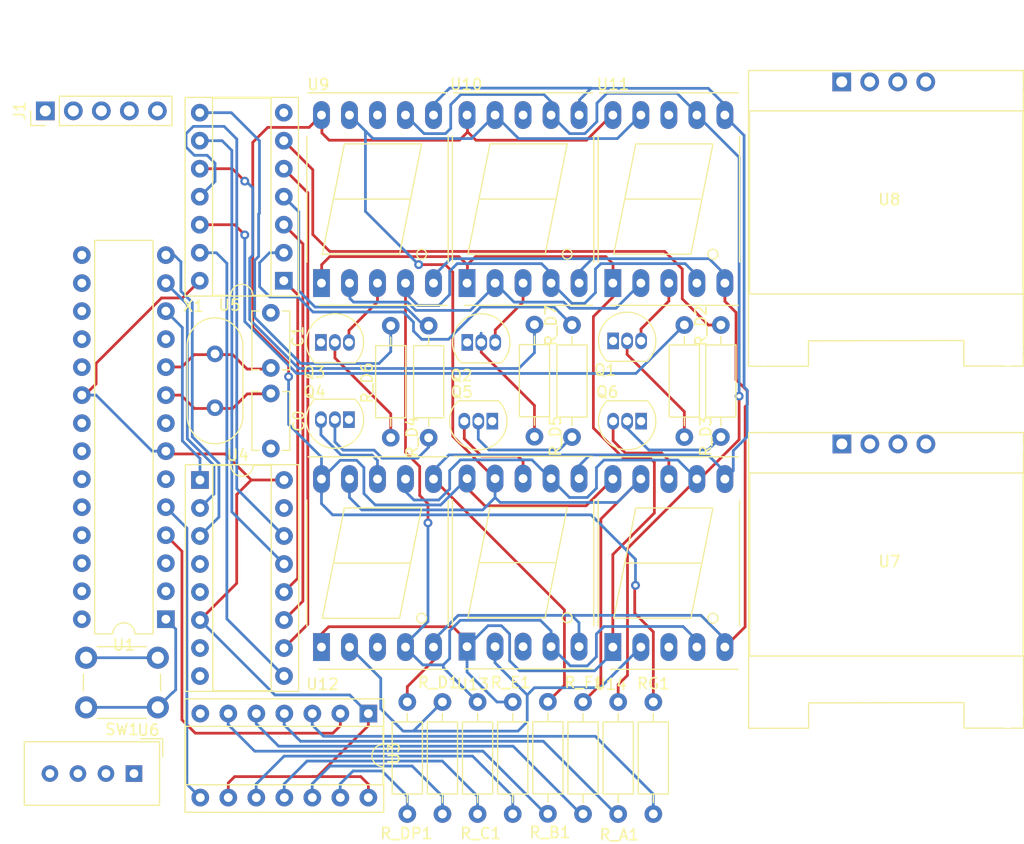
<source format=kicad_pcb>
(kicad_pcb (version 20211014) (generator pcbnew)
  (layers (0 "F.Cu" signal) (31 "B.Cu" signal) (34 "B.Paste" user) (35 "F.Paste" user) (36 "B.SilkS" user "B.Silkscreen") (37 "F.SilkS" user "F.Silkscreen") (38 "B.Mask" user) (39 "F.Mask" user) (44 "Edge.Cuts" user))
  (net 0 "")
  (net 1 "XTAL1")
  (net 2 "GND")
  (net 3 "XTAL2")
  (net 4 "Net-(Q1-Pad2)")
  (net 5 "Digit1")
  (net 6 "Net-(Q2-Pad2)")
  (net 7 "Digit2")
  (net 8 "Net-(Q3-Pad2)")
  (net 9 "Digit3")
  (net 10 "Net-(Q4-Pad2)")
  (net 11 "Digit4")
  (net 12 "Net-(Q5-Pad2)")
  (net 13 "Digit5")
  (net 14 "Net-(Q6-Pad2)")
  (net 15 "Digit6")
  (net 16 "G")
  (net 17 "Net-(RG1-Pad2)")
  (net 18 "A")
  (net 19 "Net-(R_A1-Pad2)")
  (net 20 "B")
  (net 21 "Net-(R_B1-Pad2)")
  (net 22 "C")
  (net 23 "Net-(R_C1-Pad2)")
  (net 24 "D")
  (net 25 "Net-(R_D1-Pad2)")
  (net 26 "Net-(U5-Pad12)")
  (net 27 "Net-(U5-Pad6)")
  (net 28 "Net-(U5-Pad4)")
  (net 29 "Net-(U5-Pad2)")
  (net 30 "Net-(U5-Pad8)")
  (net 31 "Net-(U5-Pad10)")
  (net 32 "DP")
  (net 33 "Net-(R_DP1-Pad2)")
  (net 34 "E")
  (net 35 "Net-(R_E1-Pad2)")
  (net 36 "F")
  (net 37 "Net-(U10-Pad9)")
  (net 38 "RST")
  (net 39 "RXD")
  (net 40 "TXD")
  (net 41 "DSB")
  (net 42 "CLK")
  (net 44 "VCC")
  (net 46 "A0")
  (net 47 "A1")
  (net 48 "A2")
  (net 59 "SDA")
  (net 60 "SCL")
  (net 62 "Net-(U5-Pad13)")
  (net 63 "Net-(U5-Pad5)")
  (net 64 "Net-(U5-Pad3)")
  (net 65 "Net-(U5-Pad1)")
  (net 66 "Net-(U5-Pad9)")
  (net 67 "Net-(U5-Pad11)")
  (net 69 "SD2")
  (net 70 "SC2")
  (footprint "Package_DIP:DIP-28_W7.62mm" (layer "F.Cu") (at 67.16875 85.10125 180)
    (fp_text reference "U1")
    (fp_text value "ATmega328-P")
  )
  (footprint "Display_7Segment:7SegmentLED_LTS6760_LTS6780" (layer "F.Cu") (at 81.28 87.62875 90)
    (fp_text reference "U12")
    (fp_text value "SM420561N")
  )
  (footprint "WS2812B:IC2_Display_4_Pin" (layer "F.Cu") (at 132.28125 79.875)
    (fp_text reference "U7")
    (fp_text value "SSD1306")
  )
  (footprint "Package_DIP:DIP-16_W7.62mm_Socket" (layer "F.Cu") (at 70.2625 72.475)
    (fp_text reference "U4")
    (fp_text value "74LS138")
  )
  (footprint "Sensor:Aosong_DHT11_5.5x12.0_P2.54mm" (layer "F.Cu") (at 64.275 99.0975 -90)
    (fp_text reference "U6")
    (fp_text value "DHT11")
  )
  (footprint "Resistor_THT:R_Axial_DIN0207_L6.3mm_D2.5mm_P10.16mm_Horizontal" (layer "F.Cu") (at 92.25 102.7675 90)
    (fp_text reference "R_D1")
    (fp_text value "1K")
  )
  (footprint "Resistor_THT:R_Axial_DIN0207_L6.3mm_D2.5mm_P10.16mm_Horizontal" (layer "F.Cu") (at 87.5625 68.6425 90)
    (fp_text reference "R_D6")
    (fp_text value "1K")
  )
  (footprint "Crystal:Crystal_HC49-4H_Vertical" (layer "F.Cu") (at 71.625 65.91875 90)
    (fp_text reference "X1")
    (fp_text value "XTAL")
  )
  (footprint "WS2812B:IC2_Display_4_Pin" (layer "F.Cu") (at 132.26845 47.0415)
    (fp_text reference "U8")
    (fp_text value "SSD1306")
  )
  (footprint "Resistor_THT:R_Axial_DIN0207_L6.3mm_D2.5mm_P10.16mm_Horizontal" (layer "F.Cu") (at 114.1875 68.58 90)
    (fp_text reference "R_D2")
    (fp_text value "1K")
  )
  (footprint "Resistor_THT:R_Axial_DIN0207_L6.3mm_D2.5mm_P10.16mm_Horizontal" (layer "F.Cu") (at 100.59375 68.54875 90)
    (fp_text reference "R_D7")
    (fp_text value "1K")
  )
  (footprint "Package_DIP:DIP-14_W7.62mm_Socket" (layer "F.Cu") (at 85.53125 93.65625 -90)
    (fp_text reference "U3")
    (fp_text value "74HC164")
  )
  (footprint "Connector_PinHeader_2.54mm:PinHeader_1x05_P2.54mm_Vertical" (layer "F.Cu") (at 56.2375 39 90)
    (fp_text reference "J1")
    (fp_text value "USB_C_Receptacle_USB2.0")
  )
  (footprint "Package_TO_SOT_THT:TO-92_Inline" (layer "F.Cu") (at 81.23 60)
    (fp_text reference "Q3")
    (fp_text value "2N3904")
  )
  (footprint "Resistor_THT:R_Axial_DIN0207_L6.3mm_D2.5mm_P10.16mm_Horizontal" (layer "F.Cu") (at 108.1875 102.7675 90)
    (fp_text reference "R_A1")
    (fp_text value "1K")
  )
  (footprint "Resistor_THT:R_Axial_DIN0207_L6.3mm_D2.5mm_P10.16mm_Horizontal" (layer "F.Cu") (at 117.5 68.58 90)
    (fp_text reference "R_D3")
    (fp_text value "1K")
  )
  (footprint "Button_Switch_THT:SW_PUSH_6mm_H4.3mm" (layer "F.Cu") (at 66.4375 93.09375 180)
    (fp_text reference "SW1")
    (fp_text value "Reset Switch")
  )
  (footprint "Capacitor_THT:C_Disc_D5.1mm_W3.2mm_P5.00mm" (layer "F.Cu") (at 76.6875 64.625 -90)
    (fp_text reference "C0")
    (fp_text value "22pf")
  )
  (footprint "Package_TO_SOT_THT:TO-92_Inline" (layer "F.Cu") (at 94.5 60)
    (fp_text reference "Q2")
    (fp_text value "2N3904")
  )
  (footprint "Package_TO_SOT_THT:TO-92_Inline" (layer "F.Cu") (at 107.73 59.86)
    (fp_text reference "Q1")
    (fp_text value "2N3904")
  )
  (footprint "Package_TO_SOT_THT:TO-92_Inline" (layer "F.Cu") (at 110.27 67.14 180)
    (fp_text reference "Q6")
    (fp_text value "2N3904")
  )
  (footprint "Display_7Segment:7SegmentLED_LTS6760_LTS6780" (layer "F.Cu") (at 81.28 54.62 90)
    (fp_text reference "U9")
    (fp_text value "SM420561N")
  )
  (footprint "Capacitor_THT:C_Disc_D5.1mm_W3.2mm_P5.00mm" (layer "F.Cu") (at 76.6875 62.3125 90)
    (fp_text reference "C1")
    (fp_text value "22pf")
  )
  (footprint "Resistor_THT:R_Axial_DIN0207_L6.3mm_D2.5mm_P10.16mm_Horizontal" (layer "F.Cu") (at 101.8125 102.75 90)
    (fp_text reference "R_B1")
    (fp_text value "1K")
  )
  (footprint "Resistor_THT:R_Axial_DIN0207_L6.3mm_D2.5mm_P10.16mm_Horizontal" (layer "F.Cu") (at 89.0625 102.7675 90)
    (fp_text reference "R_DP1")
    (fp_text value "1K")
  )
  (footprint "Display_7Segment:7SegmentLED_LTS6760_LTS6780" (layer "F.Cu") (at 94.4825 54.62 90)
    (fp_text reference "U10")
    (fp_text value "SM420561N")
  )
  (footprint "Display_7Segment:7SegmentLED_LTS6760_LTS6780" (layer "F.Cu") (at 94.4825 87.58875 90)
    (fp_text reference "U13")
    (fp_text value "SM420561N")
  )
  (footprint "Display_7Segment:7SegmentLED_LTS6760_LTS6780" (layer "F.Cu") (at 107.70125 87.62875 90)
    (fp_text reference "U14")
    (fp_text value "SM420561N")
  )
  (footprint "Resistor_THT:R_Axial_DIN0207_L6.3mm_D2.5mm_P10.16mm_Horizontal" (layer "F.Cu") (at 111.375 102.7675 90)
    (fp_text reference "RG1")
    (fp_text value "1K")
  )
  (footprint "Resistor_THT:R_Axial_DIN0207_L6.3mm_D2.5mm_P10.16mm_Horizontal" (layer "F.Cu") (at 98.625 102.7675 90)
    (fp_text reference "R_E1")
    (fp_text value "1K")
  )
  (footprint "Resistor_THT:R_Axial_DIN0207_L6.3mm_D2.5mm_P10.16mm_Horizontal" (layer "F.Cu") (at 104 68.58 90)
    (fp_text reference "R_D5")
    (fp_text value "1K")
  )
  (footprint "Package_TO_SOT_THT:TO-92_Inline" (layer "F.Cu") (at 96.77 67.14 180)
    (fp_text reference "Q5")
    (fp_text value "2N3904")
  )
  (footprint "Package_TO_SOT_THT:TO-92_Inline" (layer "F.Cu") (at 83.77 67 180)
    (fp_text reference "Q4")
    (fp_text value "2N3904")
  )
  (footprint "Package_DIP:DIP-14_W7.62mm_Socket" (layer "F.Cu") (at 77.8625 54.40625 180)
    (fp_text reference "U5")
    (fp_text value "74LS04")
  )
  (footprint "Resistor_THT:R_Axial_DIN0207_L6.3mm_D2.5mm_P10.16mm_Horizontal" (layer "F.Cu") (at 91 68.6425 90)
    (fp_text reference "R_D4")
    (fp_text value "1K")
  )
  (footprint "Resistor_THT:R_Axial_DIN0207_L6.3mm_D2.5mm_P10.16mm_Horizontal" (layer "F.Cu") (at 105 102.7675 90)
    (fp_text reference "R_F1")
    (fp_text value "1K")
  )
  (footprint "Display_7Segment:7SegmentLED_LTS6760_LTS6780" (layer "F.Cu") (at 107.70125 54.62 90)
    (fp_text reference "U11")
    (fp_text value "SM420561N")
  )
  (footprint "Resistor_THT:R_Axial_DIN0207_L6.3mm_D2.5mm_P10.16mm_Horizontal" (layer "F.Cu") (at 95.4375 102.7675 90)
    (fp_text reference "R_C1")
    (fp_text value "1K")
  )
  (segment (start 68.54875 64.78125) (end 69.75625 65.98875) (width 0.25) (layer "F.Cu") (net 1))
  (segment (start 67.16875 64.78125) (end 68.54875 64.78125) (width 0.25) (layer "F.Cu") (net 1))
  (segment (start 74.555 64.66375) (end 76.11875 64.66375) (width 0.25) (layer "F.Cu") (net 1))
  (segment (start 69.75625 65.98875) (end 73.23 65.98875) (width 0.25) (layer "F.Cu") (net 1))
  (segment (start 73.23 65.98875) (end 74.555 64.66375) (width 0.25) (layer "F.Cu") (net 1))
  (segment (start 69.769511 80.095) (end 70.2625 80.095) (width 0.25) (layer "F.Cu") (net 2))
  (segment (start 59.2675 69.955) (end 59.36125 70.04875) (width 0.25) (layer "F.Cu") (net 2))
  (segment (start 70.2625 80.095) (end 69.727772 80.095) (width 0.25) (layer "F.Cu") (net 2))
  (segment (start 66.4375 88.59375) (end 59.9375 88.59375) (width 0.25) (layer "B.Cu") (net 2))
  (segment (start 70.29125 90.28375) (end 70.2625 90.255) (width 0.25) (layer "B.Cu") (net 2))
  (segment (start 68.61875 62.22625) (end 69.74375 61.10125) (width 0.25) (layer "F.Cu") (net 3))
  (segment (start 74.53125 62.41375) (end 76.0875 62.41375) (width 0.25) (layer "F.Cu") (net 3))
  (segment (start 67.18375 62.22625) (end 68.61875 62.22625) (width 0.25) (layer "F.Cu") (net 3))
  (segment (start 73.22625 61.10875) (end 74.53125 62.41375) (width 0.25) (layer "F.Cu") (net 3))
  (segment (start 69.75125 61.10875) (end 73.22625 61.10875) (width 0.25) (layer "F.Cu") (net 3))
  (segment (start 67.16875 62.24125) (end 67.18375 62.22625) (width 0.25) (layer "F.Cu") (net 3))
  (segment (start 109 59.86) (end 109 61.09375) (width 0.25) (layer "F.Cu") (net 4))
  (segment (start 109 61.09375) (end 114.1875 66.28125) (width 0.25) (layer "F.Cu") (net 4))
  (segment (start 114.1875 66.28125) (end 114.1875 68.58) (width 0.25) (layer "F.Cu") (net 4))
  (segment (start 112.78125 56.25) (end 112.78125 54.52625) (width 0.25) (layer "F.Cu") (net 5))
  (segment (start 110.25875 58.7725) (end 112.78125 56.25) (width 0.25) (layer "F.Cu") (net 5))
  (segment (start 110.25875 59.90625) (end 110.25875 58.7725) (width 0.25) (layer "F.Cu") (net 5))
  (segment (start 100.59375 65.71875) (end 100.59375 68.54875) (width 0.25) (layer "F.Cu") (net 6))
  (segment (start 95.77 60) (end 95.77 60.895) (width 0.25) (layer "F.Cu") (net 6))
  (segment (start 95.77 60.895) (end 100.59375 65.71875) (width 0.25) (layer "F.Cu") (net 6))
  (segment (start 95.756875 59.15625) (end 95.756875 60) (width 0.25) (layer "B.Cu") (net 6))
  (segment (start 95.77 60.61375) (end 95.77 60) (width 0.25) (layer "B.Cu") (net 6))
  (segment (start 97.04 58.86625) (end 99.5625 56.34375) (width 0.25) (layer "F.Cu") (net 7))
  (segment (start 99.5625 56.34375) (end 99.5625 54.62) (width 0.25) (layer "F.Cu") (net 7))
  (segment (start 97.04 60) (end 97.04 58.86625) (width 0.25) (layer "F.Cu") (net 7))
  (segment (start 87.5625 66.46875) (end 87.5625 68.6425) (width 0.25) (layer "F.Cu") (net 8))
  (segment (start 82.5 60) (end 82.5 61.40625) (width 0.25) (layer "F.Cu") (net 8))
  (segment (start 82.5 61.40625) (end 87.5625 66.46875) (width 0.25) (layer "F.Cu") (net 8))
  (segment (start 82.5 60) (end 82.5 60.65625) (width 0.25) (layer "B.Cu") (net 8))
  (segment (start 86.36 56.3275) (end 86.36 54.62) (width 0.25) (layer "F.Cu") (net 9))
  (segment (start 83.77 58.9175) (end 86.36 56.3275) (width 0.25) (layer "F.Cu") (net 9))
  (segment (start 83.77 60) (end 83.77 58.9175) (width 0.25) (layer "F.Cu") (net 9))
  (segment (start 83.248698 69.76923) (end 86.061198 69.76923) (width 0.25) (layer "B.Cu") (net 10))
  (segment (start 82.5 69.020532) (end 83.248698 69.76923) (width 0.25) (layer "B.Cu") (net 10))
  (segment (start 82.5 67) (end 82.5 69.020532) (width 0.25) (layer "B.Cu") (net 10))
  (segment (start 91 69.5) (end 91 68.58) (width 0.25) (layer "B.Cu") (net 10))
  (segment (start 90 70.5) (end 91 69.5) (width 0.25) (layer "B.Cu") (net 10))
  (segment (start 86.791968 70.5) (end 90 70.5) (width 0.25) (layer "B.Cu") (net 10))
  (segment (start 86.061198 69.76923) (end 86.791968 70.5) (width 0.25) (layer "B.Cu") (net 10))
  (segment (start 83.0625 70.21875) (end 85.875 70.21875) (width 0.25) (layer "B.Cu") (net 11))
  (segment (start 81.23 67) (end 81.23 68.38625) (width 0.25) (layer "B.Cu") (net 11))
  (segment (start 81.23 68.38625) (end 83.0625 70.21875) (width 0.25) (layer "B.Cu") (net 11))
  (segment (start 86.36 70.70375) (end 86.36 72.38875) (width 0.25) (layer "B.Cu") (net 11))
  (segment (start 85.875 70.21875) (end 86.36 70.70375) (width 0.25) (layer "B.Cu") (net 11))
  (segment (start 96.46875 69.75) (end 102.83 69.75) (width 0.25) (layer "B.Cu") (net 12))
  (segment (start 95.5 68.78125) (end 96.46875 69.75) (width 0.25) (layer "B.Cu") (net 12))
  (segment (start 95.5 67.14) (end 95.5 68.78125) (width 0.25) (layer "B.Cu") (net 12))
  (segment (start 102.83 69.75) (end 104 68.58) (width 0.25) (layer "B.Cu") (net 12))
  (segment (start 99.09375 70.3125) (end 99.5625 70.78125) (width 0.25) (layer "F.Cu") (net 13))
  (segment (start 95.8125 70.3125) (end 99.09375 70.3125) (width 0.25) (layer "F.Cu") (net 13))
  (segment (start 94.23 67.14) (end 94.23 68.73) (width 0.25) (layer "F.Cu") (net 13))
  (segment (start 99.5625 70.78125) (end 99.5625 72.38) (width 0.25) (layer "F.Cu") (net 13))
  (segment (start 94.23 68.73) (end 95.8125 70.3125) (width 0.25) (layer "F.Cu") (net 13))
  (segment (start 109 67.794022) (end 109 67.14) (width 0.25) (layer "B.Cu") (net 14))
  (segment (start 117.5 68.58) (end 116.33 69.75) (width 0.25) (layer "B.Cu") (net 14))
  (segment (start 116.33 69.75) (end 110.955978 69.75) (width 0.25) (layer "B.Cu") (net 14))
  (segment (start 110.955978 69.75) (end 109 67.794022) (width 0.25) (layer "B.Cu") (net 14))
  (segment (start 112.78125 72.38875) (end 112.78125 70.6875) (width 0.25) (layer "F.Cu") (net 15))
  (segment (start 112.125 70.03125) (end 108.84375 70.03125) (width 0.25) (layer "F.Cu") (net 15))
  (segment (start 108.84375 70.03125) (end 107.73 68.9175) (width 0.25) (layer "F.Cu") (net 15))
  (segment (start 112.78125 70.6875) (end 112.125 70.03125) (width 0.25) (layer "F.Cu") (net 15))
  (segment (start 107.73 68.9175) (end 107.73 67.14) (width 0.25) (layer "F.Cu") (net 15))
  (segment (start 111.375 100.96875) (end 106.125 95.71875) (width 0.25) (layer "B.Cu") (net 16))
  (segment (start 106.125 95.71875) (end 81.46875 95.71875) (width 0.25) (layer "B.Cu") (net 16))
  (segment (start 80.44125 94.69125) (end 80.44125 93.58625) (width 0.25) (layer "B.Cu") (net 16))
  (segment (start 81.46875 95.71875) (end 80.44125 94.69125) (width 0.25) (layer "B.Cu") (net 16))
  (segment (start 111.375 102.955) (end 111.375 100.96875) (width 0.25) (layer "B.Cu") (net 16))
  (segment (start 78.298887 61.892637) (end 75.047562 58.641312) (width 0.25) (layer "F.Cu") (net 17))
  (segment (start 94.520625 40.930625) (end 93.788125 41.663125) (width 0.25) (layer "F.Cu") (net 17))
  (segment (start 109.6875 83.08173) (end 109.6875 82.0995) (width 0.25) (layer "F.Cu") (net 17))
  (segment (start 105.315625 41.663125) (end 95.288125 41.663125) (width 0.25) (layer "F.Cu") (net 17))
  (segment (start 105.2775 74.8125) (end 107.70125 72.38875) (width 0.25) (layer "F.Cu") (net 17))
  (segment (start 111.375 86.25) (end 109.6875 84.5625) (width 0.25) (layer "F.Cu") (net 17))
  (segment (start 111.375 92.6075) (end 111.375 86.25) (width 0.25) (layer "F.Cu") (net 17))
  (segment (start 94.520625 39.230625) (end 94.520625 40.895625) (width 0.25) (layer "F.Cu") (net 17))
  (segment (start 93.788125 41.663125) (end 81.975625 41.663125) (width 0.25) (layer "F.Cu") (net 17))
  (segment (start 109.6875 82.0995) (end 109.75575 82.03125) (width 0.25) (layer "F.Cu") (net 17))
  (segment (start 78.298887 63.104737) (end 78.298887 61.892637) (width 0.25) (layer "F.Cu") (net 17))
  (segment (start 94.4825 73.20125) (end 96.09375 74.8125) (width 0.25) (layer "F.Cu") (net 17))
  (segment (start 109.6875 84.5625) (end 109.6875 83.08173) (width 0.25) (layer "F.Cu") (net 17))
  (segment (start 75.047562 41.858688) (end 76.40625 40.5) (width 0.25) (layer "F.Cu") (net 17))
  (segment (start 81.318125 41.005625) (end 81.318125 39.239375) (width 0.25) (layer "F.Cu") (net 17))
  (segment (start 107.739375 39.239375) (end 105.315625 41.663125) (width 0.25) (layer "F.Cu") (net 17))
  (segment (start 81.975625 41.663125) (end 81.318125 41.005625) (width 0.25) (layer "F.Cu") (net 17))
  (segment (start 95.288125 41.663125) (end 94.555625 40.930625) (width 0.25) (layer "F.Cu") (net 17))
  (segment (start 76.40625 40.5) (end 80.16 40.5) (width 0.25) (layer "F.Cu") (net 17))
  (segment (start 94.4825 72.38) (end 94.4825 73.20125) (width 0.25) (layer "F.Cu") (net 17))
  (segment (start 96.09375 74.8125) (end 105.2775 74.8125) (width 0.25) (layer "F.Cu") (net 17))
  (segment (start 75.047562 58.641312) (end 75.047562 41.858688) (width 0.25) (layer "F.Cu") (net 17))
  (segment (start 80.16 40.5) (end 81.28 39.38) (width 0.25) (layer "F.Cu") (net 17))
  (via (at 78.298887 63.104737) (size 0.8) (drill 0.4) (layers "F.Cu" "B.Cu") (net 17))
  (via (at 109.75575 82.03125) (size 0.8) (drill 0.4) (layers "F.Cu" "B.Cu") (net 17))
  (segment (start 109.75575 82.03125) (end 109.75575 79.662) (width 0.25) (layer "B.Cu") (net 17))
  (segment (start 94.4825 72.86125) (end 94.4825 72.38) (width 0.25) (layer "B.Cu") (net 17))
  (segment (start 94.520625 39.711875) (end 94.520625 39.230625) (width 0.25) (layer "B.Cu") (net 17))
  (segment (start 105.73077 75.63702) (end 82.29327 75.63702) (width 0.25) (layer "B.Cu") (net 17))
  (segment (start 94.4825 72.34875) (end 92.09327 74.73798) (width 0.25) (layer "B.Cu") (net 17))
  (segment (start 82.98125 70.6875) (end 81.28 72.38875) (width 0.25) (layer "B.Cu") (net 17))
  (segment (start 84.46875 70.6875) (end 82.98125 70.6875) (width 0.25) (layer "B.Cu") (net 17))
  (segment (start 85.125 73.70673) (end 85.125 71.34375) (width 0.25) (layer "B.Cu") (net 17))
  (segment (start 85.125 71.34375) (end 84.46875 70.6875) (width 0.25) (layer "B.Cu") (net 17))
  (segment (start 81.28 74.62375) (end 81.28 72.38875) (width 0.25) (layer "B.Cu") (net 17))
  (segment (start 78.65625 67.78125) (end 78.298887 67.423887) (width 0.25) (layer "B.Cu") (net 17))
  (segment (start 109.75575 79.662) (end 105.73077 75.63702) (width 0.25) (layer "B.Cu") (net 17))
  (segment (start 81.28 72.38875) (end 81.28 70.405) (width 0.25) (layer "B.Cu") (net 17))
  (segment (start 78.298887 67.423887) (end 78.298887 63.104737) (width 0.25) (layer "B.Cu") (net 17))
  (segment (start 92.09327 74.73798) (end 86.15625 74.73798) (width 0.25) (layer "B.Cu") (net 17))
  (segment (start 86.15625 74.73798) (end 85.125 73.70673) (width 0.25) (layer "B.Cu") (net 17))
  (segment (start 81.28 70.405) (end 78.65625 67.78125) (width 0.25) (layer "B.Cu") (net 17))
  (segment (start 82.29327 75.63702) (end 81.28 74.62375) (width 0.25) (layer "B.Cu") (net 17))
  (segment (start 77.90125 93.58625) (end 77.90125 94.6875) (width 0.25) (layer "B.Cu") (net 18))
  (segment (start 77.90125 94.6875) (end 79.38202 96.16827) (width 0.25) (layer "B.Cu") (net 18))
  (segment (start 79.38202 96.16827) (end 101.40077 96.16827) (width 0.25) (layer "B.Cu") (net 18))
  (segment (start 101.40077 96.16827) (end 108.1875 102.955) (width 0.25) (layer "B.Cu") (net 18))
  (segment (start 109.03125 78.67875) (end 115.32125 72.38875) (width 0.25) (layer "F.Cu") (net 19))
  (segment (start 108.1875 92.6075) (end 108.1875 91.03125) (width 0.25) (layer "F.Cu") (net 19))
  (segment (start 115.58 72.38875) (end 115.32125 72.38875) (width 0.25) (layer "F.Cu") (net 19))
  (segment (start 119.15625 64.875) (end 119.15625 68.8125) (width 0.25) (layer "F.Cu") (net 19))
  (segment (start 109.03125 90.1875) (end 109.03125 78.67875) (width 0.25) (layer "F.Cu") (net 19))
  (segment (start 108.1875 91.03125) (end 109.03125 90.1875) (width 0.25) (layer "F.Cu") (net 19))
  (segment (start 119.15625 68.8125) (end 115.58 72.38875) (width 0.25) (layer "F.Cu") (net 19))
  (via (at 119.15625 64.875) (size 0.8) (drill 0.4) (layers "F.Cu" "B.Cu") (net 19))
  (segment (start 102.140625 39.230625) (end 102.140625 38.203125) (width 0.25) (layer "B.Cu") (net 19))
  (segment (start 100.36779 70.64904) (end 103.78125 74.0625) (width 0.25) (layer "B.Cu") (net 19))
  (segment (start 119.15625 64.875) (end 119.15625 43.215) (width 0.25) (layer "B.Cu") (net 19))
  (segment (start 113.60077 70.66827) (end 115.32125 72.38875) (width 0.25) (layer "B.Cu") (net 19))
  (segment (start 92.90625 71.625) (end 93.88221 70.64904) (width 0.25) (layer "B.Cu") (net 19))
  (segment (start 102.465 39.230625) (end 102.140625 39.230625) (width 0.25) (layer "B.Cu") (net 19))
  (segment (start 89.66346 74.28846) (end 91.907072 74.28846) (width 0.25) (layer "B.Cu") (net 19))
  (segment (start 93.918605 37.518895) (end 93 38.4375) (width 0.25) (layer "B.Cu") (net 19))
  (segment (start 90.5825 41.0625) (end 88.9 39.38) (width 0.25) (layer "B.Cu") (net 19))
  (segment (start 102.1025 39.38) (end 103.785 41.0625) (width 0.25) (layer "B.Cu") (net 19))
  (segment (start 106.21875 71.34375) (end 106.89423 70.66827) (width 0.25) (layer "B.Cu") (net 19))
  (segment (start 106.89423 70.66827) (end 113.60077 70.66827) (width 0.25) (layer "B.Cu") (net 19))
  (segment (start 106.256875 39.972196) (end 106.256875 38.305625) (width 0.25) (layer "B.Cu") (net 19))
  (segment (start 119.15625 43.215) (end 115.32125 39.38) (width 0.25) (layer "B.Cu") (net 19))
  (segment (start 103.78125 74.0625) (end 105.375 74.0625) (width 0.25) (layer "B.Cu") (net 19))
  (segment (start 93 40.59375) (end 92.53125 41.0625) (width 0.25) (layer "B.Cu") (net 19))
  (segment (start 105.375 74.0625) (end 106.21875 73.21875) (width 0.25) (layer "B.Cu") (net 19))
  (segment (start 105.166571 41.0625) (end 106.256875 39.972196) (width 0.25) (layer "B.Cu") (net 19))
  (segment (start 92.53125 41.0625) (end 90.5825 41.0625) (width 0.25) (layer "B.Cu") (net 19))
  (segment (start 103.785 41.0625) (end 105.166571 41.0625) (width 0.25) (layer "B.Cu") (net 19))
  (segment (start 93 38.4375) (end 93 40.59375) (width 0.25) (layer "B.Cu") (net 19))
  (segment (start 102.140625 38.203125) (end 101.456395 37.518895) (width 0.25) (layer "B.Cu") (net 19))
  (segment (start 92.90625 73.289282) (end 92.90625 71.625) (width 0.25) (layer "B.Cu") (net 19))
  (segment (start 113.52625 37.40625) (end 115.359375 39.239375) (width 0.25) (layer "B.Cu") (net 19))
  (segment (start 106.256875 38.305625) (end 107.15625 37.40625) (width 0.25) (layer "B.Cu") (net 19))
  (segment (start 101.456395 37.518895) (end 93.918605 37.518895) (width 0.25) (layer "B.Cu") (net 19))
  (segment (start 88.9 73.525) (end 89.66346 74.28846) (width 0.25) (layer "B.Cu") (net 19))
  (segment (start 106.21875 73.21875) (end 106.21875 71.34375) (width 0.25) (layer "B.Cu") (net 19))
  (segment (start 88.9 72.38875) (end 88.9 73.525) (width 0.25) (layer "B.Cu") (net 19))
  (segment (start 93.88221 70.64904) (end 100.36779 70.64904) (width 0.25) (layer "B.Cu") (net 19))
  (segment (start 107.15625 37.40625) (end 113.52625 37.40625) (width 0.25) (layer "B.Cu") (net 19))
  (segment (start 88.938125 39.239375) (end 88.938125 39.250625) (width 0.25) (layer "B.Cu") (net 19))
  (segment (start 91.907072 74.28846) (end 92.90625 73.289282) (width 0.25) (layer "B.Cu") (net 19))
  (segment (start 75.22356 97.06731) (end 95.92481 97.06731) (width 0.25) (layer "B.Cu") (net 20))
  (segment (start 72.82125 94.665) (end 75.22356 97.06731) (width 0.25) (layer "B.Cu") (net 20))
  (segment (start 72.82125 93.58625) (end 72.82125 94.665) (width 0.25) (layer "B.Cu") (net 20))
  (segment (start 95.92481 97.06731) (end 101.8125 102.955) (width 0.25) (layer "B.Cu") (net 20))
  (segment (start 101.8125 92.59) (end 103.3125 91.09) (width 0.25) (layer "F.Cu") (net 21))
  (segment (start 103.3125 91.09) (end 103.3125 84.26125) (width 0.25) (layer "F.Cu") (net 21))
  (segment (start 103.3125 84.26125) (end 91.44 72.38875) (width 0.25) (layer "F.Cu") (net 21))
  (segment (start 117.86125 72.26375) (end 117.86125 72.38875) (width 0.25) (layer "B.Cu") (net 21))
  (segment (start 91.478125 38.365625) (end 91.478125 39.239375) (width 0.25) (layer "B.Cu") (net 21))
  (segment (start 117.899375 38.493125) (end 116.36298 36.95673) (width 0.25) (layer "B.Cu") (net 21))
  (segment (start 104.680625 39.230625) (end 104.680625 38.006875) (width 0.25) (layer "B.Cu") (net 21))
  (segment (start 117.86125 72.38875) (end 117.86125 71.73625) (width 0.25) (layer "B.Cu") (net 21))
  (segment (start 119.60577 64.03125) (end 119.60577 41.23077) (width 0.25) (layer "B.Cu") (net 21))
  (segment (start 117.86125 71.73625) (end 116.32452 70.19952) (width 0.25) (layer "B.Cu") (net 21))
  (segment (start 118.624511 69.812989) (end 119.880761 68.556739) (width 0.25) (layer "B.Cu") (net 21))
  (segment (start 117.899375 39.239375) (end 117.899375 38.493125) (width 0.25) (layer "B.Cu") (net 21))
  (segment (start 116.36298 36.95673) (end 105.71327 36.95673) (width 0.25) (layer "B.Cu") (net 21))
  (segment (start 119.60577 41.23077) (end 117.86125 39.48625) (width 0.25) (layer "B.Cu") (net 21))
  (segment (start 116.32452 70.19952) (end 105.58173 70.19952) (width 0.25) (layer "B.Cu") (net 21))
  (segment (start 104.6425 72.38) (end 104.6425 71.17721) (width 0.25) (layer "B.Cu") (net 21))
  (segment (start 92.83173 70.19952) (end 91.44 71.59125) (width 0.25) (layer "B.Cu") (net 21))
  (segment (start 119.880761 64.306241) (end 119.60577 64.03125) (width 0.25) (layer "B.Cu") (net 21))
  (segment (start 92.90625 36.9375) (end 91.478125 38.365625) (width 0.25) (layer "B.Cu") (net 21))
  (segment (start 117.86125 39.48625) (end 117.86125 39.38) (width 0.25) (layer "B.Cu") (net 21))
  (segment (start 119.880761 68.556739) (end 119.880761 64.306241) (width 0.25) (layer "B.Cu") (net 21))
  (segment (start 91.44 71.59125) (end 91.44 72.38875) (width 0.25) (layer "B.Cu") (net 21))
  (segment (start 105.58173 70.19952) (end 105.5625 70.21875) (width 0.25) (layer "B.Cu") (net 21))
  (segment (start 105.62019 70.19952) (end 92.83173 70.19952) (width 0.25) (layer "B.Cu") (net 21))
  (segment (start 105.75 36.9375) (end 92.90625 36.9375) (width 0.25) (layer "B.Cu") (net 21))
  (segment (start 118.624511 71.625489) (end 118.624511 69.812989) (width 0.25) (layer "B.Cu") (net 21))
  (segment (start 117.86125 72.38875) (end 118.624511 71.625489) (width 0.25) (layer "B.Cu") (net 21))
  (segment (start 104.680625 38.006875) (end 105.75 36.9375) (width 0.25) (layer "B.Cu") (net 21))
  (segment (start 117.86125 39.38) (end 117.86125 39.67375) (width 0.25) (layer "B.Cu") (net 21))
  (segment (start 104.6425 71.17721) (end 105.62019 70.19952) (width 0.25) (layer "B.Cu") (net 21))
  (segment (start 79.97115 97.96635) (end 92.2476 97.96635) (width 0.25) (layer "B.Cu") (net 22))
  (segment (start 77.90125 100.03625) (end 79.97115 97.96635) (width 0.25) (layer "B.Cu") (net 22))
  (segment (start 92.2476 97.96635) (end 95.4375 101.15625) (width 0.25) (layer "B.Cu") (net 22))
  (segment (start 77.90125 101.20625) (end 77.90125 100.03625) (width 0.25) (layer "B.Cu") (net 22))
  (segment (start 95.4375 101.15625) (end 95.4375 102.955) (width 0.25) (layer "B.Cu") (net 22))
  (segment (start 88.9 69.9625) (end 88.9 54.62) (width 0.25) (layer "F.Cu") (net 23))
  (segment (start 90.9375 76.36152) (end 90.9375 74.625) (width 0.25) (layer "F.Cu") (net 23))
  (segment (start 90.9375 74.625) (end 90.1875 73.875) (width 0.25) (layer "F.Cu") (net 23))
  (segment (start 90.1875 73.875) (end 90.1875 71.25) (width 0.25) (layer "F.Cu") (net 23))
  (segment (start 90.1875 71.25) (end 88.9 69.9625) (width 0.25) (layer "F.Cu") (net 23))
  (via (at 90.9375 76.36152) (size 0.8) (drill 0.4) (layers "F.Cu" "B.Cu") (net 23))
  (segment (start 92.32848 89.49848) (end 92.32848 89.24277) (width 0.25) (layer "B.Cu") (net 23))
  (segment (start 106.21 88.50875) (end 106.21 86.44625) (width 0.25) (layer "B.Cu") (net 23))
  (segment (start 114.26202 52.85577) (end 115.359375 53.953125) (width 0.25) (layer "B.Cu") (net 23))
  (segment (start 115.359375 53.953125) (end 115.359375 54.614375) (width 0.25) (layer "B.Cu") (net 23))
  (segment (start 103.84375 89.33) (end 105.38875 89.33) (width 0.25) (layer "B.Cu") (net 23))
  (segment (start 95.4375 92.6075) (end 92.32848 89.49848) (width 0.25) (layer "B.Cu") (net 23))
  (segment (start 106.125 53.34375) (end 106.61298 52.85577) (width 0.25) (layer "B.Cu") (net 23))
  (segment (start 92.90625 88.665) (end 92.90625 86.15625) (width 0.25) (layer "B.Cu") (net 23))
  (segment (start 92.90625 53.53125) (end 93.58173 52.85577) (width 0.25) (layer "B.Cu") (net 23))
  (segment (start 102.15125 54.62) (end 103.98798 56.45673) (width 0.25) (layer "B.Cu") (net 23))
  (segment (start 115.3125 87) (end 115.3125 87.65625) (width 0.25) (layer "B.Cu") (net 23))
  (segment (start 102.1025 86.165) (end 102.1025 87.58875) (width 0.25) (layer "B.Cu") (net 23))
  (segment (start 90.9375 76.36152) (end 90.9375 85.3125) (width 0.25) (layer "B.Cu") (net 23))
  (segment (start 92.90625 86.15625) (end 93.86298 85.19952) (width 0.25) (layer "B.Cu") (net 23))
  (segment (start 105.15077 56.45673) (end 106.125 55.4825) (width 0.25) (layer "B.Cu") (net 23))
  (segment (start 91.93202 56.64423) (end 92.90625 55.67) (width 0.25) (layer "B.Cu") (net 23))
  (segment (start 106.21 86.44625) (end 106.89423 85.76202) (width 0.25) (layer "B.Cu") (net 23))
  (segment (start 92.90625 55.67) (end 92.90625 53.53125) (width 0.25) (layer "B.Cu") (net 23))
  (segment (start 90.01923 56.64423) (end 91.93202 56.64423) (width 0.25) (layer "B.Cu") (net 23))
  (segment (start 101.23077 52.85577) (end 102.1025 53.7275) (width 0.25) (layer "B.Cu") (net 23))
  (segment (start 103.98798 56.45673) (end 105.15077 56.45673) (width 0.25) (layer "B.Cu") (net 23))
  (segment (start 92.32848 89.24277) (end 92.90625 88.665) (width 0.25) (layer "B.Cu") (net 23))
  (segment (start 88.89125 87.6675) (end 90.46652 89.24277) (width 0.25) (layer "B.Cu") (net 23))
  (segment (start 88.938125 54.614375) (end 88.938125 55.563125) (width 0.25) (layer "B.Cu") (net 23))
  (segment (start 102.1025 53.7275) (end 102.1025 54.62) (width 0.25) (layer "B.Cu") (net 23))
  (segment (start 88.938125 55.563125) (end 90.01923 56.64423) (width 0.25) (layer "B.Cu") (net 23))
  (segment (start 105.38875 89.33) (end 106.21 88.50875) (width 0.25) (layer "B.Cu") (net 23))
  (segment (start 88.89125 87.65625) (end 88.89125 87.6675) (width 0.25) (layer "B.Cu") (net 23))
  (segment (start 93.58173 52.85577) (end 101.23077 52.85577) (width 0.25) (layer "B.Cu") (net 23))
  (segment (start 90.46652 89.24277) (end 92.32848 89.24277) (width 0.25) (layer "B.Cu") (net 23))
  (segment (start 102.1025 87.58875) (end 103.84375 89.33) (width 0.25) (layer "B.Cu") (net 23))
  (segment (start 93.86298 85.19952) (end 101.13702 85.19952) (width 0.25) (layer "B.Cu") (net 23))
  (segment (start 106.89423 85.76202) (end 114.07452 85.76202) (width 0.25) (layer "B.Cu") (net 23))
  (segment (start 106.61298 52.85577) (end 114.26202 52.85577) (width 0.25) (layer "B.Cu") (net 23))
  (segment (start 90.9375 85.3125) (end 88.9 87.35) (width 0.25) (layer "B.Cu") (net 23))
  (segment (start 106.125 55.4825) (end 106.125 53.34375) (width 0.25) (layer "B.Cu") (net 23))
  (segment (start 101.13702 85.19952) (end 102.1025 86.165) (width 0.25) (layer "B.Cu") (net 23))
  (segment (start 88.9 87.35) (end 88.9 87.62875) (width 0.25) (layer "B.Cu") (net 23))
  (segment (start 102.1025 54.62) (end 102.15125 54.62) (width 0.25) (layer "B.Cu") (net 23))
  (segment (start 114.07452 85.76202) (end 115.3125 87) (width 0.25) (layer "B.Cu") (net 23))
  (segment (start 92.25 101.15625) (end 92.25 102.955) (width 0.25) (layer "B.Cu") (net 24))
  (segment (start 82.05288 98.41587) (end 89.50962 98.41587) (width 0.25) (layer "B.Cu") (net 24))
  (segment (start 89.50962 98.41587) (end 92.25 101.15625) (width 0.25) (layer "B.Cu") (net 24))
  (segment (start 80.44125 100.0275) (end 82.05288 98.41587) (width 0.25) (layer "B.Cu") (net 24))
  (segment (start 80.44125 101.20625) (end 80.44125 100.0275) (width 0.25) (layer "B.Cu") (net 24))
  (segment (start 97.060625 54.605625) (end 97.060625 54.814375) (width 0.25) (layer "B.Cu") (net 25))
  (segment (start 103.801782 56.90625) (end 107.9875 56.90625) (width 0.25) (layer "B.Cu") (net 25))
  (segment (start 107.9875 56.90625) (end 110.279375 54.614375) (width 0.25) (layer "B.Cu") (net 25))
  (segment (start 99.09375 95.25) (end 89.6075 95.25) (width 0.25) (layer "B.Cu") (net 25))
  (segment (start 83.858125 56.014375) (end 83.858125 54.614375) (width 0.25) (layer "B.Cu") (net 25))
  (segment (start 94.78125 57.09375) (end 89.833032 57.09375) (width 0.25) (layer "B.Cu") (net 25))
  (segment (start 97.060625 54.814375) (end 94.78125 57.09375) (width 0.25) (layer "B.Cu") (net 25))
  (segment (start 100.59375 91.3125) (end 106.5575 91.3125) (width 0.25) (layer "B.Cu") (net 25))
  (segment (start 84.1875 56.34375) (end 83.858125 56.014375) (width 0.25) (layer "B.Cu") (net 25))
  (segment (start 99.9375 91.96875) (end 97.01375 89.045) (width 0.25) (layer "B.Cu") (net 25))
  (segment (start 89.083032 56.34375) (end 84.1875 56.34375) (width 0.25) (layer "B.Cu") (net 25))
  (segment (start 99.9375 94.40625) (end 99.09375 95.25) (width 0.25) (layer "B.Cu") (net 25))
  (segment (start 88.6875 95.25) (end 86.655761 93.218261) (width 0.25) (layer "B.Cu") (net 25))
  (segment (start 98.74625 56.34375) (end 103.239282 56.34375) (width 0.25) (layer "B.Cu") (net 25))
  (segment (start 97.01375 87.6475) (end 97.01375 89.045) (width 0.25) (layer "B.Cu") (net 25))
  (segment (start 89.6075 95.25) (end 88.6875 95.25) (width 0.25) (layer "B.Cu") (net 25))
  (segment (start 92.25 92.6075) (end 89.6075 95.25) (width 0.25) (layer "B.Cu") (net 25))
  (segment (start 99.9375 91.96875) (end 100.59375 91.3125) (width 0.25) (layer "B.Cu") (net 25))
  (segment (start 106.5575 91.3125) (end 110.24125 87.62875) (width 0.25) (layer "B.Cu") (net 25))
  (segment (start 86.655761 90.464511) (end 83.82 87.62875) (width 0.25) (layer "B.Cu") (net 25))
  (segment (start 99.9375 91.96875) (end 99.9375 94.40625) (width 0.25) (layer "B.Cu") (net 25))
  (segment (start 86.655761 93.218261) (end 86.655761 90.464511) (width 0.25) (layer "B.Cu") (net 25))
  (segment (start 103.239282 56.34375) (end 103.801782 56.90625) (width 0.25) (layer "B.Cu") (net 25))
  (segment (start 89.833032 57.09375) (end 89.083032 56.34375) (width 0.25) (layer "B.Cu") (net 25))
  (segment (start 97.0225 54.62) (end 98.74625 56.34375) (width 0.25) (layer "B.Cu") (net 25))
  (segment (start 70.2425 49.32625) (end 73.399301 49.32625) (width 0.25) (layer "F.Cu") (net 26))
  (segment (start 73.399301 49.32625) (end 74.323051 50.25) (width 0.25) (layer "F.Cu") (net 26))
  (via (at 74.323051 50.25) (size 0.8) (drill 0.4) (layers "F.Cu" "B.Cu") (net 26))
  (segment (start 109.795 62.8125) (end 114.1875 58.42) (width 0.25) (layer "B.Cu") (net 26))
  (segment (start 74.323051 58.104301) (end 79.03125 62.8125) (width 0.25) (layer "B.Cu") (net 26))
  (segment (start 74.323051 50.25) (end 74.323051 58.104301) (width 0.25) (layer "B.Cu") (net 26))
  (segment (start 79.03125 62.8125) (end 109.795 62.8125) (width 0.25) (layer "B.Cu") (net 26))
  (segment (start 116.36863 58.42) (end 114 56.05137) (width 0.25) (layer "F.Cu") (net 27))
  (segment (start 112.40625 51.75) (end 82.03125 51.75) (width 0.25) (layer "F.Cu") (net 27))
  (segment (start 114 53.34375) (end 112.40625 51.75) (width 0.25) (layer "F.Cu") (net 27))
  (segment (start 114 56.05137) (end 114 53.34375) (width 0.25) (layer "F.Cu") (net 27))
  (segment (start 80.49279 50.21154) (end 80.49279 44.33654) (width 0.25) (layer "F.Cu") (net 27))
  (segment (start 82.03125 51.75) (end 80.49279 50.21154) (width 0.25) (layer "F.Cu") (net 27))
  (segment (start 117.5 58.42) (end 116.36863 58.42) (width 0.25) (layer "F.Cu") (net 27))
  (segment (start 80.49279 44.33654) (end 77.8625 41.70625) (width 0.25) (layer "F.Cu") (net 27))
  (segment (start 90.523564 58.42) (end 91 58.42) (width 0.25) (layer "B.Cu") (net 28))
  (segment (start 79.21875 55.3125) (end 80.69952 56.79327) (width 0.25) (layer "B.Cu") (net 28))
  (segment (start 77.8625 46.78625) (end 79.21875 48.1425) (width 0.25) (layer "B.Cu") (net 28))
  (segment (start 80.69952 56.79327) (end 88.896834 56.79327) (width 0.25) (layer "B.Cu") (net 28))
  (segment (start 88.896834 56.79327) (end 90.523564 58.42) (width 0.25) (layer "B.Cu") (net 28))
  (segment (start 79.21875 48.1425) (end 79.21875 55.3125) (width 0.25) (layer "B.Cu") (net 28))
  (segment (start 77.8625 51.89375) (end 77.8625 51.86625) (width 0.25) (layer "F.Cu") (net 29))
  (segment (start 90.375 59.71875) (end 89.625 58.96875) (width 0.25) (layer "B.Cu") (net 29))
  (segment (start 76.59375 55.875) (end 75.671611 54.952861) (width 0.25) (layer "B.Cu") (net 29))
  (segment (start 104 58.42) (end 102.37327 56.79327) (width 0.25) (layer "B.Cu") (net 29))
  (segment (start 89.625 58.96875) (end 89.625 58.157154) (width 0.25) (layer "B.Cu") (net 29))
  (segment (start 89.625 58.157154) (end 88.710636 57.24279) (width 0.25) (layer "B.Cu") (net 29))
  (segment (start 95.717448 56.79327) (end 92.791968 59.71875) (width 0.25) (layer "B.Cu") (net 29))
  (segment (start 80.513322 57.24279) (end 79.145532 55.875) (width 0.25) (layer "B.Cu") (net 29))
  (segment (start 102.37327 56.79327) (end 95.717448 56.79327) (width 0.25) (layer "B.Cu") (net 29))
  (segment (start 75.671611 54.952861) (end 75.671611 52.765889) (width 0.25) (layer "B.Cu") (net 29))
  (segment (start 92.791968 59.71875) (end 90.375 59.71875) (width 0.25) (layer "B.Cu") (net 29))
  (segment (start 76.57125 51.86625) (end 77.8625 51.86625) (width 0.25) (layer "B.Cu") (net 29))
  (segment (start 75.671611 52.765889) (end 76.57125 51.86625) (width 0.25) (layer "B.Cu") (net 29))
  (segment (start 88.710636 57.24279) (end 80.513322 57.24279) (width 0.25) (layer "B.Cu") (net 29))
  (segment (start 79.145532 55.875) (end 76.59375 55.875) (width 0.25) (layer "B.Cu") (net 29))
  (segment (start 86.49279 61.91346) (end 87.5625 60.84375) (width 0.25) (layer "B.Cu") (net 30))
  (segment (start 87.5 58.42) (end 87.48625 58.40625) (width 0.25) (layer "B.Cu") (net 30))
  (segment (start 75.58173 52.19952) (end 75.222091 52.559159) (width 0.25) (layer "B.Cu") (net 30))
  (segment (start 75.222091 52.559159) (end 75.222091 57.731905) (width 0.25) (layer "B.Cu") (net 30))
  (segment (start 79.403646 61.91346) (end 86.49279 61.91346) (width 0.25) (layer "B.Cu") (net 30))
  (segment (start 75.222091 57.731905) (end 79.403646 61.91346) (width 0.25) (layer "B.Cu") (net 30))
  (segment (start 87.5625 60.84375) (end 87.5625 58.4825) (width 0.25) (layer "B.Cu") (net 30))
  (segment (start 75.65625 41.71875) (end 75.65625 48.28125) (width 0.25) (layer "B.Cu") (net 30))
  (segment (start 75.65625 48.28125) (end 75.58173 48.35577) (width 0.25) (layer "B.Cu") (net 30))
  (segment (start 70.2425 39.16625) (end 73.10375 39.16625) (width 0.25) (layer "B.Cu") (net 30))
  (segment (start 73.10375 39.16625) (end 75.65625 41.71875) (width 0.25) (layer "B.Cu") (net 30))
  (segment (start 75.58173 48.35577) (end 75.58173 52.19952) (width 0.25) (layer "B.Cu") (net 30))
  (segment (start 73.194301 44.24625) (end 74.323051 45.375) (width 0.25) (layer "F.Cu") (net 31))
  (segment (start 70.2425 44.24625) (end 73.194301 44.24625) (width 0.25) (layer "F.Cu") (net 31))
  (via (at 74.323051 45.375) (size 0.8) (drill 0.4) (layers "F.Cu" "B.Cu") (net 31))
  (segment (start 74.323051 45.375) (end 74.4375 45.375) (width 0.25) (layer "B.Cu") (net 31))
  (segment (start 74.772571 52.372961) (end 74.772571 57.918103) (width 0.25) (layer "B.Cu") (net 31))
  (segment (start 79.217448 62.36298) (end 99.16827 62.36298) (width 0.25) (layer "B.Cu") (net 31))
  (segment (start 75.047562 52.09797) (end 74.772571 52.372961) (width 0.25) (layer "B.Cu") (net 31))
  (segment (start 75.047562 45.985062) (end 75.047562 52.09797) (width 0.25) (layer "B.Cu") (net 31))
  (segment (start 74.4375 45.375) (end 75.047562 45.985062) (width 0.25) (layer "B.Cu") (net 31))
  (segment (start 99.16827 62.36298) (end 100.59375 60.9375) (width 0.25) (layer "B.Cu") (net 31))
  (segment (start 74.772571 57.918103) (end 79.217448 62.36298) (width 0.25) (layer "B.Cu") (net 31))
  (segment (start 100.59375 60.9375) (end 100.59375 58.38875) (width 0.25) (layer "B.Cu") (net 31))
  (segment (start 82.98125 100.03125) (end 84.14711 98.86539) (width 0.25) (layer "B.Cu") (net 32))
  (segment (start 82.98125 101.20625) (end 82.98125 100.03125) (width 0.25) (layer "B.Cu") (net 32))
  (segment (start 84.14711 98.86539) (end 86.77164 98.86539) (width 0.25) (layer "B.Cu") (net 32))
  (segment (start 89.0625 101.15625) (end 89.0625 102.9375) (width 0.25) (layer "B.Cu") (net 32))
  (segment (start 86.77164 98.86539) (end 89.0625 101.15625) (width 0.25) (layer "B.Cu") (net 32))
  (segment (start 119.90625 64.40625) (end 119.90625 65.625) (width 0.25) (layer "F.Cu") (net 33))
  (segment (start 89.0625 92.6075) (end 89.0625 91.21875) (width 0.25) (layer "F.Cu") (net 33))
  (segment (start 118.875 63.375) (end 119.90625 64.40625) (width 0.25) (layer "F.Cu") (net 33))
  (segment (start 91.29625 87.62875) (end 91.44 87.62875) (width 0.25) (layer "F.Cu") (net 33))
  (segment (start 119.90625 65.625) (end 119.701329 65.829921) (width 0.25) (layer "F.Cu") (net 33))
  (segment (start 89.0625 91.21875) (end 91.44 88.84125) (width 0.25) (layer "F.Cu") (net 33))
  (segment (start 119.701329 85.788671) (end 117.86125 87.62875) (width 0.25) (layer "F.Cu") (net 33))
  (segment (start 118.875 57.28125) (end 118.875 63.375) (width 0.25) (layer "F.Cu") (net 33))
  (segment (start 119.701329 65.829921) (end 119.701329 85.788671) (width 0.25) (layer "F.Cu") (net 33))
  (segment (start 117.86125 54.62) (end 117.86125 56.2675) (width 0.25) (layer "F.Cu") (net 33))
  (segment (start 91.44 88.84125) (end 91.44 87.62875) (width 0.25) (layer "F.Cu") (net 33))
  (segment (start 117.86125 56.2675) (end 118.875 57.28125) (width 0.25) (layer "F.Cu") (net 33))
  (segment (start 117.899375 53.868125) (end 116.4375 52.40625) (width 0.25) (layer "B.Cu") (net 33))
  (segment (start 103.96875 84.75) (end 93.676782 84.75) (width 0.25) (layer "B.Cu") (net 33))
  (segment (start 117.8525 87.65625) (end 117.8525 86.91) (width 0.25) (layer "B.Cu") (net 33))
  (segment (start 93 52.40625) (end 91.478125 53.928125) (width 0.25) (layer "B.Cu") (net 33))
  (segment (start 91.478125 53.928125) (end 91.478125 54.614375) (width 0.25) (layer "B.Cu") (net 33))
  (segment (start 104.63375 87.6475) (end 104.63375 85.415) (width 0.25) (layer "B.Cu") (net 33))
  (segment (start 117.899375 54.614375) (end 117.899375 53.868125) (width 0.25) (layer "B.Cu") (net 33))
  (segment (start 104.63375 85.415) (end 103.96875 84.75) (width 0.25) (layer "B.Cu") (net 33))
  (segment (start 116.4375 52.40625) (end 105.84375 52.40625) (width 0.25) (layer "B.Cu") (net 33))
  (segment (start 91.43125 86.995532) (end 91.43125 87.65625) (width 0.25) (layer "B.Cu") (net 33))
  (segment (start 105.84375 52.40625) (end 93 52.40625) (width 0.25) (layer "B.Cu") (net 33))
  (segment (start 104.680625 54.605625) (end 104.680625 53.569375) (width 0.25) (layer "B.Cu") (net 33))
  (segment (start 115.6925 84.75) (end 103.96875 84.75) (width 0.25) (layer "B.Cu") (net 33))
  (segment (start 93.676782 84.75) (end 91.43125 86.995532) (width 0.25) (layer "B.Cu") (net 33))
  (segment (start 117.8525 86.91) (end 115.6925 84.75) (width 0.25) (layer "B.Cu") (net 33))
  (segment (start 104.680625 53.569375) (end 105.84375 52.40625) (width 0.25) (layer "B.Cu") (net 33))
  (segment (start 98.625 101.15625) (end 98.625 102.955) (width 0.25) (layer "B.Cu") (net 34))
  (segment (start 94.98558 97.51683) (end 98.625 101.15625) (width 0.25) (layer "B.Cu") (net 34))
  (segment (start 75.36125 101.20625) (end 75.36125 100.045) (width 0.25) (layer "B.Cu") (net 34))
  (segment (start 75.36125 100.045) (end 77.88942 97.51683) (width 0.25) (layer "B.Cu") (net 34))
  (segment (start 77.88942 97.51683) (end 94.98558 97.51683) (width 0.25) (layer "B.Cu") (net 34))
  (segment (start 95.25 52.21875) (end 107.0625 52.21875) (width 0.25) (layer "F.Cu") (net 35))
  (segment (start 81.29875 52.95125) (end 82.03125 52.21875) (width 0.25) (layer "F.Cu") (net 35))
  (segment (start 111.09375 70.5) (end 111.46875 70.875) (width 0.25) (layer "F.Cu") (net 35))
  (segment (start 105.9375 57.65625) (end 105.9375 67.760718) (width 0.25) (layer "F.Cu") (net 35))
  (segment (start 94.4825 87.62) (end 94.4825 87.07625) (width 0.25) (layer "F.Cu") (net 35))
  (segment (start 81.29875 54.6425) (end 81.29875 52.95125) (width 0.25) (layer "F.Cu") (net 35))
  (segment (start 108.676782 70.5) (end 111.09375 70.5) (width 0.25) (layer "F.Cu") (net 35))
  (segment (start 82.03125 52.21875) (end 93.75 52.21875) (width 0.25) (layer "F.Cu") (net 35))
  (segment (start 111.46875 70.875) (end 111.46875 75.46875) (width 0.25) (layer "F.Cu") (net 35))
  (segment (start 81.28 87.62875) (end 81.28 86.43875) (width 0.25) (layer "F.Cu") (net 35))
  (segment (start 94.5175 54.65125) (end 94.5175 52.98625) (width 0.25) (layer "F.Cu") (net 35))
  (segment (start 81.9375 85.78125) (end 93.1875 85.78125) (width 0.25) (layer "F.Cu") (net 35))
  (segment (start 105.9375 67.760718) (end 108.676782 70.5) (width 0.25) (layer "F.Cu") (net 35))
  (segment (start 107.72 52.87625) (end 107.72 54.6425) (width 0.25) (layer "F.Cu") (net 35))
  (segment (start 107.70125 79.23625) (end 107.70125 87.62875) (width 0.25) (layer "F.Cu") (net 35))
  (segment (start 111.46875 75.46875) (end 107.70125 79.23625) (width 0.25) (layer "F.Cu") (net 35))
  (segment (start 107.70125 54.62) (end 107.70125 55.8925) (width 0.25) (layer "F.Cu") (net 35))
  (segment (start 107.0625 52.21875) (end 107.72 52.87625) (width 0.25) (layer "F.Cu") (net 35))
  (segment (start 94.4825 87.07625) (end 93.1875 85.78125) (width 0.25) (layer "F.Cu") (net 35))
  (segment (start 107.70125 55.8925) (end 105.9375 57.65625) (width 0.25) (layer "F.Cu") (net 35))
  (segment (start 81.28 86.43875) (end 81.93625 85.7825) (width 0.25) (layer "F.Cu") (net 35))
  (segment (start 93.75 52.21875) (end 94.4825 52.95125) (width 0.25) (layer "F.Cu") (net 35))
  (segment (start 94.5175 52.95125) (end 95.25 52.21875) (width 0.25) (layer "F.Cu") (net 35))
  (segment (start 107.70125 87.62875) (end 107.70125 88.12875) (width 0.25) (layer "B.Cu") (net 35))
  (segment (start 98.34375 88.875) (end 98.34375 86.4375) (width 0.25) (layer "B.Cu") (net 35))
  (segment (start 98.625 92.6075) (end 97.20125 92.6075) (width 0.25) (layer "B.Cu") (net 35))
  (segment (start 97.59375 85.6875) (end 96.38375 85.6875) (width 0.25) (layer "B.Cu") (net 35))
  (segment (start 97.20125 92.6075) (end 94.4825 89.88875) (width 0.25) (layer "B.Cu") (net 35))
  (segment (start 106.05048 89.77952) (end 99.24827 89.77952) (width 0.25) (layer "B.Cu") (net 35))
  (segment (start 94.4825 89.88875) (end 94.4825 87.58875) (width 0.25) (layer "B.Cu") (net 35))
  (segment (start 94.520625 55.086875) (end 94.520625 54.605625) (width 0.25) (layer "B.Cu") (net 35))
  (segment (start 107.70125 88.12875) (end 106.05048 89.77952) (width 0.25) (layer "B.Cu") (net 35))
  (segment (start 99.24827 89.77952) (end 98.34375 88.875) (width 0.25) (layer "B.Cu") (net 35))
  (segment (start 96.38375 85.6875) (end 94.4825 87.58875) (width 0.25) (layer "B.Cu") (net 35))
  (segment (start 98.34375 86.4375) (end 97.59375 85.6875) (width 0.25) (layer "B.Cu") (net 35))
  (segment (start 77.39904 96.61779) (end 98.66279 96.61779) (width 0.25) (layer "B.Cu") (net 36))
  (segment (start 75.36125 94.58) (end 77.39904 96.61779) (width 0.25) (layer "B.Cu") (net 36))
  (segment (start 98.66279 96.61779) (end 105 102.955) (width 0.25) (layer "B.Cu") (net 36))
  (segment (start 75.36125 93.58625) (end 75.36125 94.58) (width 0.25) (layer "B.Cu") (net 36))
  (segment (start 92.50575 52.94325) (end 90.09375 52.94325) (width 0.25) (layer "F.Cu") (net 37))
  (segment (start 106.614739 90.992761) (end 106.614739 76.015261) (width 0.25) (layer "F.Cu") (net 37))
  (segment (start 106.614739 76.015261) (end 110.24125 72.38875) (width 0.25) (layer "F.Cu") (net 37))
  (segment (start 97.0225 72.34875) (end 93.1875 68.51375) (width 0.25) (layer "F.Cu") (net 37))
  (segment (start 105 92.6075) (end 106.614739 90.992761) (width 0.25) (layer "F.Cu") (net 37))
  (segment (start 93.1875 53.625) (end 92.50575 52.94325) (width 0.25) (layer "F.Cu") (net 37))
  (segment (start 93.1875 68.51375) (end 93.1875 53.625) (width 0.25) (layer "F.Cu") (net 37))
  (via (at 90.09375 52.94325) (size 0.8) (drill 0.4) (layers "F.Cu" "B.Cu") (net 37))
  (segment (start 110.24125 39.38) (end 108.10923 41.51202) (width 0.25) (layer "B.Cu") (net 37))
  (segment (start 97.0225 39.38) (end 94.89048 41.51202) (width 0.25) (layer "B.Cu") (net 37))
  (segment (start 95.90625 75.1875) (end 84.9375 75.1875) (width 0.25) (layer "B.Cu") (net 37))
  (segment (start 84.9375 75.1875) (end 83.82 74.07) (width 0.25) (layer "B.Cu") (net 37))
  (segment (start 108.10923 41.51202) (end 99.15452 41.51202) (width 0.25) (layer "B.Cu") (net 37))
  (segment (start 97.0225 74.07125) (end 97.04 74.07125) (width 0.25) (layer "B.Cu") (net 37))
  (segment (start 85.95202 41.51202) (end 85.266875 40.826875) (width 0.25) (layer "B.Cu") (net 37))
  (segment (start 94.89048 41.51202) (end 85.95202 41.51202) (width 0.25) (layer "B.Cu") (net 37))
  (segment (start 90.09375 52.94325) (end 85.266875 48.116375) (width 0.25) (layer "B.Cu") (net 37))
  (segment (start 85.266875 48.116375) (end 85.266875 40.826875) (width 0.25) (layer "B.Cu") (net 37))
  (segment (start 99.15452 41.51202) (end 97.0225 39.38) (width 0.25) (layer "B.Cu") (net 37))
  (segment (start 97.0225 74.07125) (end 95.90625 75.1875) (width 0.25) (layer "B.Cu") (net 37))
  (segment (start 83.82 74.07) (end 83.82 72.38875) (width 0.25) (layer "B.Cu") (net 37))
  (segment (start 108.11298 74.51202) (end 110.23625 72.38875) (width 0.25) (layer "B.Cu") (net 37))
  (segment (start 97.48077 74.51202) (end 108.11298 74.51202) (width 0.25) (layer "B.Cu") (net 37))
  (segment (start 85.266875 40.826875) (end 83.82 39.38) (width 0.25) (layer "B.Cu") (net 37))
  (segment (start 97.0225 72.38) (end 97.0225 74.07125) (width 0.25) (layer "B.Cu") (net 37))
  (segment (start 97.04 74.07125) (end 97.48077 74.51202) (width 0.25) (layer "B.Cu") (net 37))
  (segment (start 110.23625 72.38875) (end 110.24125 72.38875) (width 0.25) (layer "B.Cu") (net 37))
  (segment (start 66.4375 93.09375) (end 67.762011 91.769239) (width 0.25) (layer "B.Cu") (net 38))
  (segment (start 68.0625 85.995) (end 67.16875 85.10125) (width 0.25) (layer "B.Cu") (net 38))
  (segment (start 67.762011 91.769239) (end 67.793261 91.769239) (width 0.25) (layer "B.Cu") (net 38))
  (segment (start 68.0625 91.5) (end 68.0625 85.995) (width 0.25) (layer "B.Cu") (net 38))
  (segment (start 67.793261 91.769239) (end 68.0625 91.5) (width 0.25) (layer "B.Cu") (net 38))
  (segment (start 59.9375 93.09375) (end 66.4375 93.09375) (width 0.25) (layer "B.Cu") (net 38))
  (segment (start 69.84375 95.4375) (end 68.625 94.21875) (width 0.25) (layer "F.Cu") (net 41))
  (segment (start 68.625 78.9375) (end 67.16875 77.48125) (width 0.25) (layer "F.Cu") (net 41))
  (segment (start 82.3125 95.4375) (end 69.84375 95.4375) (width 0.25) (layer "F.Cu") (net 41))
  (segment (start 82.99125 93.65625) (end 82.99125 94.75875) (width 0.25) (layer "F.Cu") (net 41))
  (segment (start 82.99125 94.75875) (end 82.3125 95.4375) (width 0.25) (layer "F.Cu") (net 41))
  (segment (start 68.625 94.21875) (end 68.625 78.9375) (width 0.25) (layer "F.Cu") (net 41))
  (segment (start 69.07452 100.05952) (end 70.29125 101.27625) (width 0.25) (layer "B.Cu") (net 42))
  (segment (start 67.16875 74.94125) (end 69.07452 76.84702) (width 0.25) (layer "B.Cu") (net 42))
  (segment (start 69.07452 76.84702) (end 69.07452 100.05952) (width 0.25) (layer "B.Cu") (net 42))
  (segment (start 66.77095 55.96875) (end 60.84375 61.89595) (width 0.25) (layer "F.Cu") (net 44))
  (segment (start 59.8125 64.78125) (end 59.54875 64.78125) (width 0.25) (layer "F.Cu") (net 44))
  (segment (start 72.55077 70.11327) (end 74.9125 72.475) (width 0.25) (layer "F.Cu") (net 44))
  (segment (start 80.90625 99.375) (end 80.4375 99.375) (width 0.25) (layer "F.Cu") (net 44))
  (segment (start 73.59375 81.84375) (end 73.59375 73.79375) (width 0.25) (layer "F.Cu") (net 44))
  (segment (start 72.83125 99.95) (end 73.40625 99.375) (width 0.25) (layer "F.Cu") (net 44))
  (segment (start 73.59375 73.79375) (end 74.9125 72.475) (width 0.25) (layer "F.Cu") (net 44))
  (segment (start 85.53125 94.75) (end 80.90625 99.375) (width 0.25) (layer "F.Cu") (net 44))
  (segment (start 84.84375 99.375) (end 85.53125 100.0625) (width 0.25) (layer "F.Cu") (net 44))
  (segment (start 67.42077 70.11327) (end 72.55077 70.11327) (width 0.25) (layer "F.Cu") (net 44))
  (segment (start 70.2425 54.40625) (end 68.68 55.96875) (width 0.25) (layer "F.Cu") (net 44))
  (segment (start 74.9125 72.475) (end 77.8825 72.475) (width 0.25) (layer "F.Cu") (net 44))
  (segment (start 60.84375 63.75) (end 59.8125 64.78125) (width 0.25) (layer "F.Cu") (net 44))
  (segment (start 80.4375 99.375) (end 84.84375 99.375) (width 0.25) (layer "F.Cu") (net 44))
  (segment (start 70.2625 85.175) (end 73.59375 81.84375) (width 0.25) (layer "F.Cu") (net 44))
  (segment (start 72.83125 101.27625) (end 72.83125 99.95) (width 0.25) (layer "F.Cu") (net 44))
  (segment (start 60.84375 61.89595) (end 60.84375 63.75) (width 0.25) (layer "F.Cu") (net 44))
  (segment (start 68.68 55.96875) (end 66.77095 55.96875) (width 0.25) (layer "F.Cu") (net 44))
  (segment (start 73.40625 99.375) (end 80.4375 99.375) (width 0.25) (layer "F.Cu") (net 44))
  (segment (start 85.53125 100.0625) (end 85.53125 101.27625) (width 0.25) (layer "F.Cu") (net 44))
  (segment (start 67.16875 69.86125) (end 67.42077 70.11327) (width 0.25) (layer "F.Cu") (net 44))
  (segment (start 85.53125 93.65625) (end 85.53125 94.75) (width 0.25) (layer "F.Cu") (net 44))
  (segment (start 59.54875 64.78125) (end 60.84375 64.78125) (width 0.25) (layer "B.Cu") (net 44))
  (segment (start 83.84375 91.96875) (end 77.05625 91.96875) (width 0.25) (layer "B.Cu") (net 44))
  (segment (start 65.92375 69.86125) (end 67.16875 69.86125) (width 0.25) (layer "B.Cu") (net 44))
  (segment (start 77.05625 91.96875) (end 70.2625 85.175) (width 0.25) (layer "B.Cu") (net 44))
  (segment (start 60.84375 64.78125) (end 65.92375 69.86125) (width 0.25) (layer "B.Cu") (net 44))
  (segment (start 85.53125 93.65625) (end 83.84375 91.96875) (width 0.25) (layer "B.Cu") (net 44))
  (segment (start 70.2625 72.475) (end 70.2625 70.523218) (width 0.25) (layer "B.Cu") (net 46))
  (segment (start 68.66346 58.65596) (end 67.16875 57.16125) (width 0.25) (layer "B.Cu") (net 46))
  (segment (start 70.2625 70.523218) (end 68.66346 68.924176) (width 0.25) (layer "B.Cu") (net 46))
  (segment (start 68.66346 68.924176) (end 68.66346 58.65596) (width 0.25) (layer "B.Cu") (net 46))
  (segment (start 71.53125 73.74625) (end 71.53125 71.15625) (width 0.25) (layer "B.Cu") (net 47))
  (segment (start 69.11298 56.56548) (end 67.16875 54.62125) (width 0.25) (layer "B.Cu") (net 47))
  (segment (start 71.53125 71.15625) (end 69.11298 68.737979) (width 0.25) (layer "B.Cu") (net 47))
  (segment (start 70.2625 75.015) (end 71.53125 73.74625) (width 0.25) (layer "B.Cu") (net 47))
  (segment (start 69.11298 68.737979) (end 69.11298 56.56548) (width 0.25) (layer "B.Cu") (net 47))
  (segment (start 69.5625 68.551782) (end 69.5625 56.379283) (width 0.25) (layer "B.Cu") (net 48))
  (segment (start 71.98077 70.970052) (end 69.5625 68.551782) (width 0.25) (layer "B.Cu") (net 48))
  (segment (start 71.98077 75.83673) (end 71.98077 70.970052) (width 0.25) (layer "B.Cu") (net 48))
  (segment (start 67.925 52.08125) (end 67.16875 52.08125) (width 0.25) (layer "B.Cu") (net 48))
  (segment (start 70.2625 77.555) (end 71.98077 75.83673) (width 0.25) (layer "B.Cu") (net 48))
  (segment (start 68.53125 52.6875) (end 67.925 52.08125) (width 0.25) (layer "B.Cu") (net 48))
  (segment (start 68.53125 55.348032) (end 68.53125 52.6875) (width 0.25) (layer "B.Cu") (net 48))
  (segment (start 69.5625 56.379283) (end 68.53125 55.348032) (width 0.25) (layer "B.Cu") (net 48))
  (segment (start 70.2425 51.86625) (end 71.74125 51.86625) (width 0.25) (layer "B.Cu") (net 62))
  (segment (start 72.699511 52.824511) (end 72.699511 85.072011) (width 0.25) (layer "B.Cu") (net 62))
  (segment (start 71.74125 51.86625) (end 72.699511 52.824511) (width 0.25) (layer "B.Cu") (net 62))
  (segment (start 72.699511 85.072011) (end 77.8825 90.255) (width 0.25) (layer "B.Cu") (net 62))
  (segment (start 77.8825 87.715) (end 80.04327 85.55423) (width 0.25) (layer "F.Cu") (net 63))
  (segment (start 80.04327 85.55423) (end 80.04327 46.42702) (width 0.25) (layer "F.Cu") (net 63))
  (segment (start 80.04327 46.42702) (end 77.8625 44.24625) (width 0.25) (layer "F.Cu") (net 63))
  (segment (start 79.59375 51.0575) (end 77.8625 49.32625) (width 0.25) (layer "F.Cu") (net 64))
  (segment (start 79.59375 83.46375) (end 79.59375 51.0575) (width 0.25) (layer "F.Cu") (net 64))
  (segment (start 77.8825 85.175) (end 79.59375 83.46375) (width 0.25) (layer "F.Cu") (net 64))
  (segment (start 79.125 81.3925) (end 79.125 55.66875) (width 0.25) (layer "F.Cu") (net 65))
  (segment (start 77.8825 82.635) (end 79.125 81.3925) (width 0.25) (layer "F.Cu") (net 65))
  (segment (start 79.125 55.66875) (end 77.8625 54.40625) (width 0.25) (layer "F.Cu") (net 65))
  (segment (start 73.149031 42.586531) (end 73.149031 75.361531) (width 0.25) (layer "B.Cu") (net 66))
  (segment (start 70.2425 41.70625) (end 72.26875 41.70625) (width 0.25) (layer "B.Cu") (net 66))
  (segment (start 72.26875 41.70625) (end 73.149031 42.586531) (width 0.25) (layer "B.Cu") (net 66))
  (segment (start 73.149031 75.361531) (end 77.8825 80.095) (width 0.25) (layer "B.Cu") (net 66))
  (segment (start 69 42.28125) (end 69 41.066175) (width 0.25) (layer "B.Cu") (net 67))
  (segment (start 70.908778 43.03125) (end 69.75 43.03125) (width 0.25) (layer "B.Cu") (net 67))
  (segment (start 72.448217 40.40625) (end 73.598551 41.556584) (width 0.25) (layer "B.Cu") (net 67))
  (segment (start 69 41.066175) (end 69.659925 40.40625) (width 0.25) (layer "B.Cu") (net 67))
  (segment (start 69.659925 40.40625) (end 72.448217 40.40625) (width 0.25) (layer "B.Cu") (net 67))
  (segment (start 70.2425 46.78625) (end 71.625 45.40375) (width 0.25) (layer "B.Cu") (net 67))
  (segment (start 69.75 43.03125) (end 69 42.28125) (width 0.25) (layer "B.Cu") (net 67))
  (segment (start 73.598551 73.271051) (end 77.8825 77.555) (width 0.25) (layer "B.Cu") (net 67))
  (segment (start 71.625 43.747472) (end 70.908778 43.03125) (width 0.25) (layer "B.Cu") (net 67))
  (segment (start 73.598551 41.556584) (end 73.598551 73.271051) (width 0.25) (layer "B.Cu") (net 67))
  (segment (start 71.625 45.40375) (end 71.625 43.747472) (width 0.25) (layer "B.Cu") (net 67))
)
</source>
